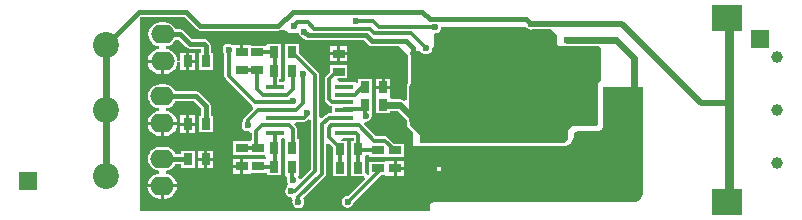
<source format=gbl>
G04*
G04 #@! TF.GenerationSoftware,Altium Limited,Altium Designer,24.10.1 (45)*
G04*
G04 Layer_Physical_Order=2*
G04 Layer_Color=16711680*
%FSLAX44Y44*%
%MOMM*%
G71*
G04*
G04 #@! TF.SameCoordinates,4BF9AD32-D27A-42C2-B849-32530D397306*
G04*
G04*
G04 #@! TF.FilePolarity,Positive*
G04*
G01*
G75*
%ADD14R,0.7500X1.0000*%
%ADD16R,1.5000X1.5000*%
%ADD18R,1.0000X0.7500*%
%ADD42C,0.3000*%
%ADD48C,0.8000*%
%ADD49C,0.5000*%
%ADD50C,0.4000*%
%ADD51C,0.6000*%
%ADD52C,0.3500*%
%ADD53R,2.5000X2.2000*%
%ADD54O,2.0000X1.6000*%
%ADD55C,2.2000*%
%ADD56C,1.0000*%
%ADD57C,0.6000*%
%ADD58R,1.5000X0.4000*%
G36*
X431657Y70500D02*
X432395Y69395D01*
X434049Y68290D01*
X436000Y67902D01*
X437951Y68290D01*
X438133Y68412D01*
X452588D01*
X458000Y63000D01*
Y56000D01*
X460000Y54000D01*
X465508D01*
X466000Y53902D01*
X493098D01*
X495000Y52000D01*
Y25000D01*
X493000Y23000D01*
Y-12000D01*
X491000Y-14000D01*
X471000D01*
X467000Y-18000D01*
Y-25000D01*
X464000Y-28000D01*
X342000D01*
Y-19000D01*
X333000Y-10000D01*
Y20095D01*
X333211Y21155D01*
X333617Y21763D01*
X333694Y21949D01*
X333806Y22116D01*
X333845Y22313D01*
X333922Y22498D01*
Y22699D01*
X333961Y22896D01*
Y46155D01*
X333957Y46175D01*
X333960Y46196D01*
X333879Y46565D01*
X333806Y46935D01*
X333794Y46952D01*
X333789Y46973D01*
X333573Y47283D01*
X333428Y47500D01*
X333649Y48615D01*
X334090Y50000D01*
X342323D01*
X343395Y48395D01*
X345049Y47290D01*
X347000Y46902D01*
X348951Y47290D01*
X350605Y48395D01*
X351710Y50049D01*
X352098Y52000D01*
X352082Y52082D01*
X354000Y54000D01*
Y62754D01*
X355000Y64902D01*
X356951Y65290D01*
X358605Y66395D01*
X359710Y68049D01*
X360098Y70000D01*
X362547Y70500D01*
X431657Y70500D01*
D02*
G37*
G36*
X153116Y68116D02*
X153116Y68116D01*
X154439Y67232D01*
X156000Y66922D01*
X222000D01*
X222000Y66922D01*
X223561Y67232D01*
X224378Y67778D01*
X225490Y67992D01*
X227818Y67515D01*
X228290Y67042D01*
X229757Y66062D01*
X231387Y65387D01*
X233118Y65043D01*
X234000Y65000D01*
X239101D01*
X239290Y64049D01*
X240395Y62395D01*
X242049Y61290D01*
X243164Y61068D01*
X244116Y60116D01*
X244116Y60116D01*
X245439Y59232D01*
X247000Y58922D01*
X247000Y58922D01*
X294311D01*
X298116Y55116D01*
X299439Y54232D01*
X301000Y53922D01*
X301000Y53922D01*
X323834D01*
X331922Y46155D01*
Y22896D01*
X331290Y21951D01*
X330902Y20000D01*
Y8556D01*
X329617Y8024D01*
X328402Y7740D01*
X326951Y8710D01*
X325000Y9098D01*
X317243D01*
X316910Y11460D01*
X316910Y13276D01*
Y17730D01*
X310620D01*
X304330D01*
Y13276D01*
X304330Y11460D01*
X304870Y9184D01*
Y-3000D01*
X316370D01*
Y-1098D01*
X322888D01*
X330902Y-9112D01*
Y-12000D01*
X331290Y-13951D01*
X332395Y-15605D01*
X336000Y-19210D01*
Y-31000D01*
X463000D01*
X463882Y-30957D01*
X465613Y-30613D01*
X467243Y-29938D01*
X468710Y-28958D01*
X469958Y-27710D01*
X470938Y-26243D01*
X471613Y-24613D01*
X471957Y-22882D01*
X472000Y-22000D01*
Y-21204D01*
X472609Y-19734D01*
X473734Y-18609D01*
X475204Y-18000D01*
X493000D01*
X493781Y-17924D01*
X495223Y-17327D01*
X496327Y-16223D01*
X496924Y-14781D01*
X497000Y-14000D01*
X497000Y19000D01*
X531000D01*
Y-69000D01*
X531000Y-69000D01*
Y-69886D01*
X530654Y-71625D01*
X529976Y-73263D01*
X528991Y-74737D01*
X527737Y-75991D01*
X526263Y-76976D01*
X524625Y-77654D01*
X522886Y-78000D01*
X522000Y-78000D01*
X354000D01*
X354000Y-78000D01*
X353220Y-78077D01*
X351778Y-78674D01*
X350674Y-79778D01*
X350077Y-81220D01*
X350000Y-82000D01*
Y-86000D01*
X105000Y-86000D01*
Y78232D01*
X105689Y78922D01*
X142311D01*
X153116Y68116D01*
D02*
G37*
%LPC*%
G36*
X280540Y53910D02*
X274270D01*
Y48890D01*
X280540D01*
Y53910D01*
D02*
G37*
G36*
X271730D02*
X265460D01*
Y48890D01*
X271730D01*
Y53910D01*
D02*
G37*
G36*
X151670Y48540D02*
X146650D01*
Y42270D01*
X151670D01*
Y48540D01*
D02*
G37*
G36*
X280540Y46350D02*
X274270D01*
Y41330D01*
X280540D01*
Y46350D01*
D02*
G37*
G36*
X271730D02*
X265460D01*
Y41330D01*
X271730D01*
Y46350D01*
D02*
G37*
G36*
X126000Y74086D02*
X122000D01*
X119389Y73743D01*
X116957Y72735D01*
X114868Y71132D01*
X113265Y69043D01*
X112257Y66610D01*
X111914Y64000D01*
X112257Y61389D01*
X113265Y58957D01*
X114868Y56868D01*
X116957Y55265D01*
X119389Y54257D01*
X121093Y54033D01*
Y51512D01*
X119249Y51269D01*
X116685Y50207D01*
X114483Y48517D01*
X112793Y46315D01*
X111731Y43752D01*
X111536Y42270D01*
X124000D01*
Y41000D01*
X125270D01*
Y30369D01*
X126000D01*
X128751Y30731D01*
X131315Y31793D01*
X133517Y33483D01*
X135207Y35684D01*
X136269Y38249D01*
X136590Y40689D01*
X139090Y40525D01*
Y33460D01*
X144110D01*
Y41000D01*
Y48540D01*
X139090D01*
Y41475D01*
X136590Y41311D01*
X136269Y43752D01*
X135207Y46315D01*
X133517Y48517D01*
X131315Y50207D01*
X128751Y51269D01*
X126907Y51512D01*
Y54033D01*
X128610Y54257D01*
X131043Y55265D01*
X133132Y56868D01*
X134735Y58957D01*
X134973Y59531D01*
X137444Y59788D01*
X144116Y53116D01*
X145439Y52232D01*
X147000Y51922D01*
X156542D01*
Y48000D01*
X154870D01*
Y34000D01*
X166370D01*
Y48000D01*
X164698D01*
Y54380D01*
X164388Y55941D01*
X163504Y57264D01*
X161884Y58884D01*
X160561Y59768D01*
X159000Y60078D01*
X159000Y60078D01*
X148689D01*
X141884Y66884D01*
X140561Y67768D01*
X139000Y68078D01*
X139000Y68078D01*
X135135D01*
X134735Y69043D01*
X133132Y71132D01*
X131043Y72735D01*
X128610Y73743D01*
X126000Y74086D01*
D02*
G37*
G36*
X151670Y39730D02*
X146650D01*
Y33460D01*
X151670D01*
Y39730D01*
D02*
G37*
G36*
X122730Y39730D02*
X111536D01*
X111731Y38249D01*
X112793Y35684D01*
X114483Y33483D01*
X116685Y31793D01*
X119249Y30731D01*
X122000Y30369D01*
X122730D01*
Y39730D01*
D02*
G37*
G36*
X316910Y26540D02*
X311890D01*
Y20270D01*
X316910D01*
Y26540D01*
D02*
G37*
G36*
X309350D02*
X304330D01*
Y20270D01*
X309350D01*
Y26540D01*
D02*
G37*
G36*
X180000Y56098D02*
X178049Y55710D01*
X176395Y54605D01*
X175290Y52951D01*
X174902Y51000D01*
X175290Y49049D01*
X176177Y47722D01*
Y29000D01*
X176468Y27537D01*
X177296Y26296D01*
X199796Y3796D01*
X200253Y810D01*
X200224Y733D01*
X193477Y-6015D01*
X192703Y-7173D01*
X192431Y-8539D01*
Y-9371D01*
X192395Y-9395D01*
X191290Y-11049D01*
X190902Y-13000D01*
X191290Y-14951D01*
X192395Y-16605D01*
X194049Y-17710D01*
X196000Y-18098D01*
X196971Y-17905D01*
X199111Y-19291D01*
X199431Y-19727D01*
Y-24723D01*
X198000Y-26630D01*
X184000D01*
Y-38130D01*
X195500D01*
X198000Y-38130D01*
Y-38130D01*
X198000D01*
Y-38130D01*
X210606D01*
X211675Y-40630D01*
X210490Y-41870D01*
X198540D01*
Y-41330D01*
X192270D01*
Y-47620D01*
Y-53910D01*
X198540D01*
Y-53370D01*
X212000D01*
X212630Y-55000D01*
X224130D01*
Y-41000D01*
X224130D01*
Y-39000D01*
X224130D01*
Y-25000D01*
X226000Y-23507D01*
X227870Y-25000D01*
X227870Y-25826D01*
Y-39000D01*
X227870D01*
Y-41000D01*
X227870D01*
Y-55000D01*
X227870D01*
X228962Y-57048D01*
X229200Y-57500D01*
X228902Y-59000D01*
X229290Y-60951D01*
X230092Y-62151D01*
X230359Y-62747D01*
X229733Y-65169D01*
X229395Y-65395D01*
X228290Y-67049D01*
X227902Y-69000D01*
X228290Y-70951D01*
X229395Y-72605D01*
X231049Y-73710D01*
X232635Y-74026D01*
X233559Y-75154D01*
X234219Y-76404D01*
X233902Y-78000D01*
X234290Y-79951D01*
X235395Y-81605D01*
X237049Y-82710D01*
X239000Y-83098D01*
X240951Y-82710D01*
X242605Y-81605D01*
X243710Y-79951D01*
X244098Y-78000D01*
X243710Y-76049D01*
X243024Y-75023D01*
X261523Y-56523D01*
X262297Y-55366D01*
X262569Y-54000D01*
Y-28882D01*
X264878Y-27925D01*
X268630Y-31677D01*
Y-40000D01*
X268630D01*
Y-42000D01*
X268630D01*
Y-56000D01*
X280130D01*
Y-42000D01*
X280130D01*
Y-40000D01*
X280130D01*
Y-26000D01*
X275483D01*
X275286Y-25705D01*
X276465Y-23500D01*
X286051D01*
Y-26000D01*
X283870D01*
Y-40000D01*
X283870D01*
Y-42000D01*
X283870D01*
Y-56000D01*
X293093D01*
X294418Y-56000D01*
X295512Y-58441D01*
X281318Y-72635D01*
X280770Y-72526D01*
X278819Y-72914D01*
X277165Y-74019D01*
X276060Y-75673D01*
X275672Y-77624D01*
X276060Y-79574D01*
X277165Y-81228D01*
X278819Y-82333D01*
X280770Y-82722D01*
X282721Y-82333D01*
X284375Y-81228D01*
X285480Y-79574D01*
X285730Y-78317D01*
X308523Y-55523D01*
X308626Y-55370D01*
X311184D01*
X313460Y-55910D01*
X315276Y-55910D01*
X319730D01*
Y-49620D01*
Y-43330D01*
X315276D01*
X313460Y-43330D01*
X311184Y-43870D01*
X299000D01*
Y-54037D01*
X297870Y-54889D01*
X295523Y-53794D01*
X295370Y-53643D01*
Y-42000D01*
X295370D01*
Y-40448D01*
X296453Y-37949D01*
X299000D01*
Y-40130D01*
X313000D01*
X313000Y-40130D01*
X314000D01*
Y-40130D01*
X315500Y-40130D01*
X328000D01*
Y-28630D01*
X320297D01*
X315143Y-23477D01*
X313986Y-22703D01*
X312620Y-22431D01*
X304478D01*
X294369Y-12323D01*
X295601Y-10019D01*
X296000Y-10098D01*
X297951Y-9710D01*
X299605Y-8605D01*
X300710Y-6951D01*
X301008Y-5450D01*
X301098Y-5000D01*
X301130Y-3000D01*
X301130Y-3000D01*
Y11000D01*
X301130Y11000D01*
Y12000D01*
X301130D01*
X301130Y13500D01*
Y26000D01*
X289630D01*
Y22520D01*
X289210Y22239D01*
X286710Y23500D01*
Y23500D01*
X273407D01*
X272071Y26000D01*
X272492Y26630D01*
X280000D01*
Y38130D01*
X266000D01*
Y32047D01*
X262477Y28523D01*
X261703Y27366D01*
X261431Y26000D01*
Y9000D01*
X261703Y7634D01*
X262477Y6477D01*
X264977Y3977D01*
X266134Y3203D01*
X267500Y2931D01*
X267710D01*
Y-2931D01*
X264500D01*
X263134Y-3203D01*
X261977Y-3977D01*
X259046Y-6908D01*
X256736Y-5951D01*
Y29453D01*
X256465Y30818D01*
X255691Y31976D01*
X239370Y48297D01*
Y56000D01*
X227870D01*
Y42500D01*
X227870Y42000D01*
X227870D01*
Y40000D01*
X227870D01*
Y26000D01*
X227870D01*
X227969Y25409D01*
X226355Y23500D01*
X222359D01*
Y26000D01*
X224130D01*
Y40000D01*
X224130D01*
Y42000D01*
X224130D01*
Y56000D01*
X212630D01*
Y56000D01*
X211000Y54370D01*
X198540D01*
Y54910D01*
X192270D01*
Y48620D01*
X189730D01*
Y54910D01*
X183460D01*
X183460Y54910D01*
X182567Y55298D01*
X181951Y55710D01*
X180000Y56098D01*
D02*
G37*
G36*
X151670Y-4460D02*
X146650D01*
Y-10730D01*
X151670D01*
Y-4460D01*
D02*
G37*
G36*
X144110D02*
X139090D01*
Y-10730D01*
X144110D01*
Y-4460D01*
D02*
G37*
G36*
X125730Y21636D02*
X121730D01*
X119120Y21293D01*
X116687Y20285D01*
X114598Y18682D01*
X112995Y16593D01*
X111987Y14161D01*
X111644Y11550D01*
X111987Y8939D01*
X112995Y6507D01*
X114598Y4418D01*
X116687Y2815D01*
X119120Y1807D01*
X120823Y1583D01*
X120823Y-938D01*
X118979Y-1181D01*
X116414Y-2243D01*
X114213Y-3933D01*
X112523Y-6134D01*
X111461Y-8698D01*
X111266Y-10180D01*
X136194D01*
X135999Y-8698D01*
X134937Y-6134D01*
X133247Y-3933D01*
X131046Y-2243D01*
X128482Y-1181D01*
X126637Y-938D01*
X126637Y1583D01*
X128341Y1807D01*
X130773Y2815D01*
X132862Y4418D01*
X134465Y6507D01*
X134865Y7472D01*
X150761D01*
X156542Y1691D01*
Y-5000D01*
X154870D01*
Y-19000D01*
X166370D01*
Y-5000D01*
X164698D01*
Y3380D01*
X164698Y3380D01*
X164388Y4941D01*
X163504Y6264D01*
X155334Y14434D01*
X154011Y15318D01*
X152450Y15628D01*
X152450Y15628D01*
X134865D01*
X134465Y16593D01*
X132862Y18682D01*
X130773Y20285D01*
X128341Y21293D01*
X125730Y21636D01*
D02*
G37*
G36*
X151670Y-13270D02*
X146650D01*
Y-19540D01*
X151670D01*
Y-13270D01*
D02*
G37*
G36*
X144110D02*
X139090D01*
Y-19540D01*
X144110D01*
Y-13270D01*
D02*
G37*
G36*
X136194Y-12720D02*
X125000D01*
Y-22081D01*
X125730D01*
X128482Y-21719D01*
X131046Y-20657D01*
X133247Y-18967D01*
X134937Y-16765D01*
X135999Y-14201D01*
X136194Y-12720D01*
D02*
G37*
G36*
X122460D02*
X111266D01*
X111461Y-14201D01*
X112523Y-16765D01*
X114213Y-18967D01*
X116414Y-20657D01*
X118979Y-21719D01*
X121730Y-22081D01*
X122460D01*
Y-12720D01*
D02*
G37*
G36*
X166910Y-34460D02*
X161890D01*
Y-40730D01*
X166910D01*
Y-34460D01*
D02*
G37*
G36*
X159350D02*
X154330D01*
Y-40730D01*
X159350D01*
Y-34460D01*
D02*
G37*
G36*
X189730Y-41330D02*
X183460D01*
Y-46350D01*
X189730D01*
Y-41330D01*
D02*
G37*
G36*
X322270Y-43330D02*
Y-48350D01*
X328540D01*
Y-43330D01*
X322270D01*
D02*
G37*
G36*
X125660Y-31364D02*
X121660D01*
X119050Y-31707D01*
X116617Y-32715D01*
X114528Y-34318D01*
X112925Y-36407D01*
X111917Y-38839D01*
X111574Y-41450D01*
X111917Y-44061D01*
X112925Y-46493D01*
X114528Y-48582D01*
X116617Y-50185D01*
X119050Y-51193D01*
X120753Y-51417D01*
Y-53938D01*
X118909Y-54181D01*
X116344Y-55243D01*
X114143Y-56933D01*
X112453Y-59134D01*
X111391Y-61698D01*
X111196Y-63180D01*
X136124D01*
X135929Y-61698D01*
X134867Y-59134D01*
X133177Y-56933D01*
X130976Y-55243D01*
X128412Y-54181D01*
X126567Y-53938D01*
Y-51417D01*
X128271Y-51193D01*
X130703Y-50185D01*
X132792Y-48582D01*
X134395Y-46493D01*
X134795Y-45528D01*
X139630D01*
Y-49000D01*
X151130D01*
Y-35000D01*
X139630D01*
Y-37372D01*
X134795D01*
X134395Y-36407D01*
X132792Y-34318D01*
X130703Y-32715D01*
X128271Y-31707D01*
X125660Y-31364D01*
D02*
G37*
G36*
X166910Y-43270D02*
X161890D01*
Y-49540D01*
X166910D01*
Y-43270D01*
D02*
G37*
G36*
X159350D02*
X154330D01*
Y-49540D01*
X159350D01*
Y-43270D01*
D02*
G37*
G36*
X360000Y-48000D02*
X356000D01*
Y-52000D01*
X360000D01*
Y-48000D01*
D02*
G37*
G36*
X189730Y-48890D02*
X183460D01*
Y-53910D01*
X189730D01*
Y-48890D01*
D02*
G37*
G36*
X328540Y-50890D02*
X322270D01*
Y-55910D01*
X328540D01*
Y-50890D01*
D02*
G37*
G36*
X136124Y-65720D02*
X124930D01*
Y-75081D01*
X125660D01*
X128412Y-74719D01*
X130976Y-73657D01*
X133177Y-71967D01*
X134867Y-69766D01*
X135929Y-67201D01*
X136124Y-65720D01*
D02*
G37*
G36*
X122390D02*
X111196D01*
X111391Y-67201D01*
X112453Y-69766D01*
X114143Y-71967D01*
X116344Y-73657D01*
X118909Y-74719D01*
X121660Y-75081D01*
X122390D01*
Y-65720D01*
D02*
G37*
%LPD*%
G36*
X249511Y-8947D02*
X249599Y-9044D01*
Y-50354D01*
X241532Y-58421D01*
X238819Y-57599D01*
X238800Y-57500D01*
X239370Y-55000D01*
X239370Y-55000D01*
Y-41000D01*
X239370D01*
Y-39000D01*
X239370D01*
Y-25000D01*
X237569D01*
Y-16000D01*
X237297Y-14634D01*
X236523Y-13477D01*
X235615Y-12569D01*
X236651Y-10069D01*
X243500D01*
X244866Y-9797D01*
X246023Y-9023D01*
X247099Y-7948D01*
X249511Y-8947D01*
D02*
G37*
D14*
X160620Y41000D02*
D03*
X145380D02*
D03*
X160620Y-12000D02*
D03*
X145380D02*
D03*
Y-42000D02*
D03*
X160620D02*
D03*
X310620Y19000D02*
D03*
X295380D02*
D03*
X289620Y-49000D02*
D03*
X274380D02*
D03*
X289620Y-33000D02*
D03*
X274380D02*
D03*
X218380Y-48000D02*
D03*
X233620D02*
D03*
X218380Y-32000D02*
D03*
X233620D02*
D03*
X218380Y33000D02*
D03*
X233620D02*
D03*
X218380Y49000D02*
D03*
X233620D02*
D03*
X310620Y4000D02*
D03*
X295380D02*
D03*
D16*
X10000Y-60000D02*
D03*
X630000Y60000D02*
D03*
D18*
X273000Y47620D02*
D03*
Y32380D02*
D03*
X306000Y-34380D02*
D03*
Y-49620D02*
D03*
X321000Y-34380D02*
D03*
Y-49620D02*
D03*
X191000Y-32380D02*
D03*
Y-47620D02*
D03*
X205000D02*
D03*
Y-32380D02*
D03*
X204000Y33380D02*
D03*
Y48620D02*
D03*
X191000Y33380D02*
D03*
Y48620D02*
D03*
D42*
X218790Y48590D02*
G03*
X218380Y49000I-410J0D01*
G01*
X218000Y48620D02*
G03*
X218380Y49000I0J380D01*
G01*
X234000Y32428D02*
G03*
X234240Y32380I240J572D01*
G01*
X234000Y32620D02*
G03*
X233620Y33000I-380J0D01*
G01*
D02*
G03*
X234000Y32428I620J0D01*
G01*
X218380Y-48000D02*
G03*
X218790Y-47590I0J410D01*
G01*
X203000Y-47620D02*
G03*
X203380Y-48000I380J0D01*
G01*
X233620Y-32000D02*
G03*
X235000Y-33380I1380J0D01*
G01*
X233620Y-32000D02*
G03*
X234000Y-31620I0J380D01*
G01*
X281376Y-77624D02*
X306000Y-53000D01*
X280770Y-77624D02*
X281376D01*
X306000Y-53000D02*
Y-49620D01*
X239000Y-78000D02*
Y-74000D01*
X259000Y-54000D02*
Y-12000D01*
X237000Y0D02*
X243000Y6000D01*
X204539Y0D02*
X237000D01*
X243000Y6000D02*
Y30000D01*
X277686Y476D02*
X291856D01*
X277210Y0D02*
X277686Y476D01*
X291856D02*
X295380Y4000D01*
Y-4380D02*
X296000Y-5000D01*
X295380Y-4380D02*
Y4000D01*
X299332Y68668D02*
X303000Y65000D01*
X334000D02*
X347000Y52000D01*
X303000Y65000D02*
X334000D01*
X301739Y75261D02*
X307000Y70000D01*
X355000D01*
X287349Y75261D02*
X301739D01*
X252208Y68668D02*
X299332D01*
X246875Y74000D02*
X252208Y68668D01*
X238000Y74000D02*
X246875D01*
X235000Y71000D02*
X238000Y74000D01*
X293000Y19000D02*
X295380D01*
X239000Y-74000D02*
X259000Y-54000D01*
X204000Y18000D02*
Y33380D01*
Y18000D02*
X209000Y13000D01*
X312620Y-26000D02*
X321000Y-34380D01*
X303000Y-26000D02*
X312620D01*
X290000Y-13000D02*
X303000Y-26000D01*
X277210Y-13000D02*
X290000D01*
X218790Y19500D02*
Y48590D01*
X204000Y48620D02*
X218000D01*
X203000D02*
X204000D01*
X234000Y32428D02*
Y32620D01*
Y18000D02*
Y32428D01*
X218790Y-47590D02*
Y-19500D01*
X203380Y-48000D02*
X218380D01*
X203000Y-32380D02*
Y-18000D01*
X234000Y-31620D02*
Y-16000D01*
X231000Y-13000D02*
X234000Y-16000D01*
X218790Y-13000D02*
X231000D01*
X203000Y-18000D02*
X208000Y-13000D01*
X218790Y13000D02*
X229000D01*
X234000Y18000D01*
X236000Y-69000D02*
X253167Y-51832D01*
X233000Y-69000D02*
X236000D01*
X253167Y-51832D02*
Y29453D01*
X289620Y-33000D02*
X291000Y-34380D01*
X306000D01*
X259000Y-12000D02*
X264500Y-6500D01*
X233620Y49000D02*
X253167Y29453D01*
X243500Y-6500D02*
X245952Y-4048D01*
Y-2461D01*
X203000Y-32380D02*
X205000D01*
X191000D02*
X203000D01*
X274380Y-33000D02*
Y-32380D01*
X265000Y-23000D02*
X274380Y-32380D01*
X265000Y-23000D02*
Y-15000D01*
X267000Y-13000D01*
X277210D01*
X191000Y33380D02*
X203000D01*
X289620Y-33000D02*
Y-21620D01*
X287500Y-19500D02*
X289620Y-21620D01*
X277210Y-19500D02*
X287500D01*
X274380Y-49000D02*
Y-33000D01*
X265000Y26000D02*
X270000Y31000D01*
X264500Y-6500D02*
X277210D01*
X233620Y-58620D02*
Y-48000D01*
X196000Y-8539D02*
X204539Y0D01*
X265000Y9000D02*
Y26000D01*
Y9000D02*
X267500Y6500D01*
X277210D01*
X287000Y13000D02*
X293000Y19000D01*
X277210Y13000D02*
X287000D01*
X218790Y-6500D02*
X243500D01*
X196000Y-13000D02*
Y-8539D01*
X289620Y-49000D02*
Y-33000D01*
X209000Y13000D02*
X218790D01*
X208000Y-13000D02*
X218790D01*
D48*
X603250Y-77500D02*
Y6000D01*
Y77500D01*
D49*
X603000Y6000D02*
X603250D01*
X580000D02*
X603000D01*
X436000Y73000D02*
X513000D01*
X580000Y6000D01*
D50*
X160620Y41000D02*
Y54380D01*
X159000Y56000D02*
X160620Y54380D01*
X147000Y56000D02*
X159000D01*
X139000Y64000D02*
X147000Y56000D01*
X124000Y64000D02*
X139000D01*
X160620Y-12000D02*
Y3380D01*
X152450Y11550D02*
X160620Y3380D01*
X123730Y11550D02*
X152450D01*
X123660Y-41450D02*
X144830D01*
X145380Y-42000D01*
X234000Y83000D02*
X344000D01*
X104000D02*
X144000D01*
X222000Y71000D02*
X234000Y83000D01*
X156000Y71000D02*
X222000D01*
X144000Y83000D02*
X156000Y71000D01*
X76000Y55000D02*
X104000Y83000D01*
X336000Y20000D02*
Y52000D01*
X296000Y63000D02*
X301000Y58000D01*
X330000D02*
X336000Y52000D01*
X301000Y58000D02*
X330000D01*
X344000Y83000D02*
X350000Y77000D01*
X432000D02*
X436000Y73000D01*
X350000Y77000D02*
X432000D01*
X247000Y63000D02*
X296000D01*
X244000Y66000D02*
X247000Y63000D01*
D51*
X76000Y-500D02*
Y55000D01*
Y-56000D02*
Y-500D01*
X336000Y-12000D02*
X345000Y-21000D01*
X336000Y-7000D02*
Y20000D01*
X345000Y-21000D02*
X347000Y-19000D01*
Y-19000D01*
X523000Y10000D02*
Y44000D01*
X336000Y-12000D02*
Y-7000D01*
X310620Y4000D02*
X325000D01*
X336000Y-7000D01*
X508000Y59000D02*
X523000Y44000D01*
X466000Y59000D02*
X508000D01*
D52*
X180000Y29000D02*
X202500Y6500D01*
X180000Y29000D02*
Y51000D01*
X202500Y6500D02*
X218790D01*
X233389D01*
X234039Y7150D01*
D53*
X602000Y-77800D02*
D03*
Y77800D02*
D03*
D54*
X123660Y-64450D02*
D03*
Y-41450D02*
D03*
X123730Y-11450D02*
D03*
X123730Y11550D02*
D03*
X124000Y41000D02*
D03*
Y64000D02*
D03*
D55*
X76000Y-56000D02*
D03*
Y-500D02*
D03*
Y55000D02*
D03*
D56*
X644000Y0D02*
D03*
Y-45000D02*
D03*
Y45000D02*
D03*
D57*
X495000Y-60000D02*
D03*
X280770Y-77624D02*
D03*
X239000Y-78000D02*
D03*
X243000Y30000D02*
D03*
X355000Y70000D02*
D03*
X287349Y75261D02*
D03*
X235000Y71000D02*
D03*
X244000Y66000D02*
D03*
X347000Y52000D02*
D03*
Y-19000D02*
D03*
X423000Y56000D02*
D03*
X603000Y6000D02*
D03*
X180000Y51000D02*
D03*
X299000Y31000D02*
D03*
X253000Y54000D02*
D03*
X528000Y16000D02*
D03*
X109000Y75000D02*
D03*
X246121Y-39207D02*
D03*
X296000Y-5000D02*
D03*
X226000Y65000D02*
D03*
X109000Y25000D02*
D03*
Y-27000D02*
D03*
X108000Y-83000D02*
D03*
X225000D02*
D03*
X528000Y-23000D02*
D03*
X524000Y-73000D02*
D03*
X467000Y-64000D02*
D03*
X384000Y-50000D02*
D03*
X332000D02*
D03*
X261000Y1000D02*
D03*
X196000Y2000D02*
D03*
X245952Y-2461D02*
D03*
X233000Y-69000D02*
D03*
X200000Y-59000D02*
D03*
X162000Y-83000D02*
D03*
X170000Y29000D02*
D03*
X265731Y-55339D02*
D03*
X192000Y64000D02*
D03*
X234000Y-59000D02*
D03*
X436000Y73000D02*
D03*
X466000Y59000D02*
D03*
X357000Y0D02*
D03*
X389000D02*
D03*
Y25000D02*
D03*
Y52000D02*
D03*
X454000Y-13000D02*
D03*
X427000Y-25000D02*
D03*
X234039Y7150D02*
D03*
X196000Y-13000D02*
D03*
X187000Y-21000D02*
D03*
X426000Y-52000D02*
D03*
Y-72000D02*
D03*
D58*
X218790Y-19500D02*
D03*
Y-13000D02*
D03*
Y-6500D02*
D03*
Y0D02*
D03*
Y6500D02*
D03*
Y13000D02*
D03*
Y19500D02*
D03*
X277210D02*
D03*
Y13000D02*
D03*
Y6500D02*
D03*
Y0D02*
D03*
Y-6500D02*
D03*
Y-13000D02*
D03*
Y-19500D02*
D03*
M02*

</source>
